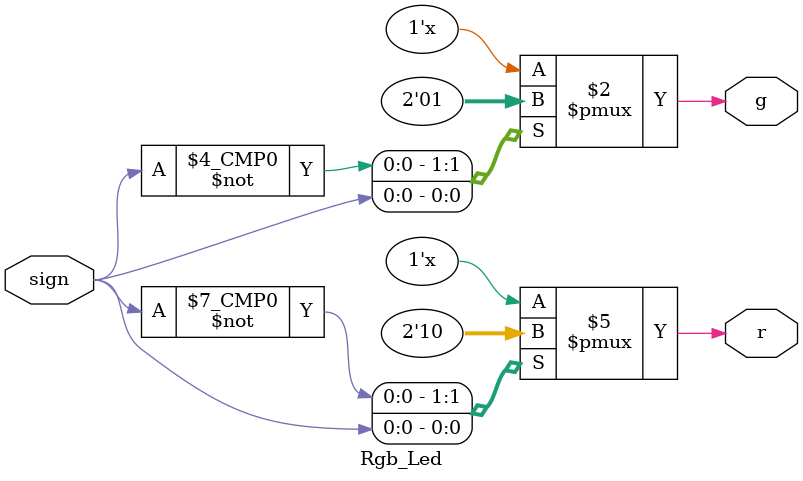
<source format=sv>
`timescale 1ns / 1ps


module Rgb_Led(input logic sign,
               output logic r,
               output logic g
    );
    always_comb
    begin
    case(sign)
        1'b0:begin
                r = 1'b1;
                g = 1'b0;
                end
        1'b1:begin
                r = 1'b0;
                g = 1'b1;
                end
        default begin
                r = 1'b0;
                g = 1'b0;
                end
    endcase
    end
endmodule

</source>
